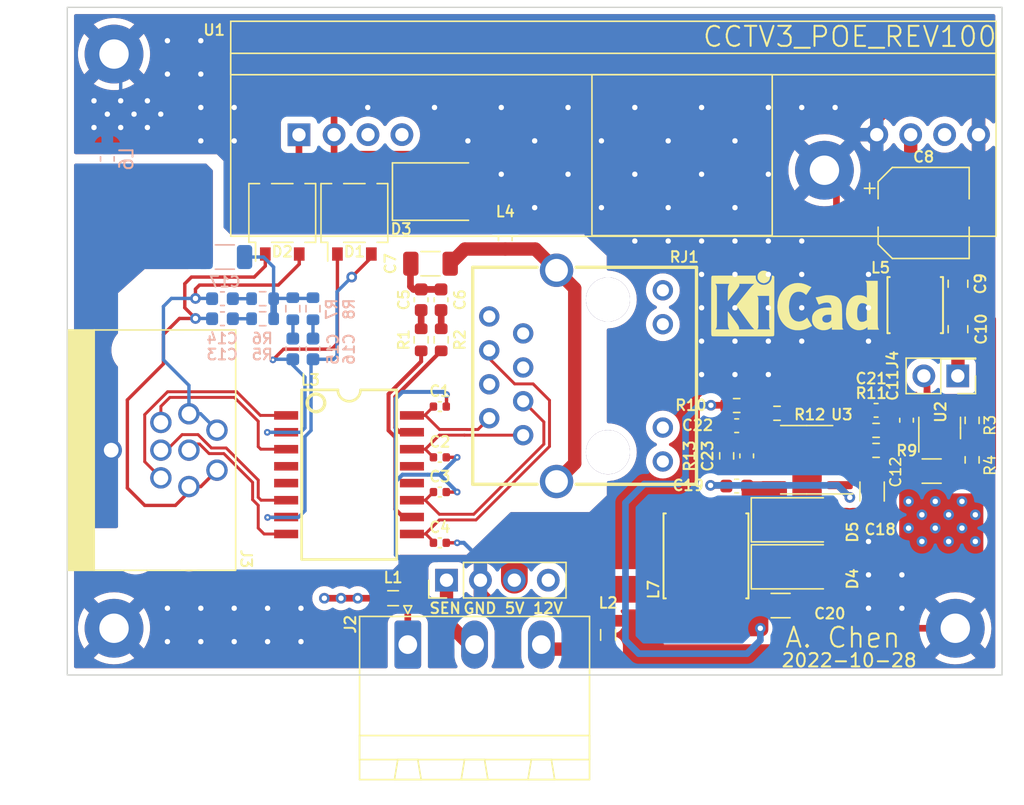
<source format=kicad_pcb>
(kicad_pcb (version 20211014) (generator pcbnew)
  (title_block (title "CCTV3_POE_REV100") (date "2022-10-28") (rev "100") (company "A. Chen"))
  (layers (0 "F.Cu" signal) (1 "In1.Cu" power) (2 "In2.Cu" power) (31 "B.Cu" signal) (34 "B.Paste" user) (35 "F.Paste" user) (36 "B.SilkS" user "B.Silkscreen") (37 "F.SilkS" user "F.Silkscreen") (38 "B.Mask" user) (39 "F.Mask" user) (44 "Edge.Cuts" user))
  (net 0 "")
  (net 1 "+12V_POE")
  (net 2 "Net-(C5-Pad1)")
  (net 3 "Net-(C13-Pad2)")
  (net 4 "Net-(C5-Pad2)")
  (net 5 "+5V_POE")
  (net 6 "Net-(C6-Pad1)")
  (net 7 "Net-(D1-Pad3)")
  (net 8 "Net-(D1-Pad4)")
  (net 9 "Net-(C10-Pad1)")
  (net 10 "Net-(C11-Pad1)")
  (net 11 "Net-(C14-Pad2)")
  (net 12 "ISEN")
  (net 13 "Net-(C16-Pad1)")
  (net 14 "Net-(C16-Pad2)")
  (net 15 "/RJ7")
  (net 16 "/RJ5")
  (net 17 "Net-(J2-Pad1)")
  (net 18 "Net-(C15-Pad1)")
  (net 19 "Net-(C19-Pad1)")
  (net 20 "Net-(C8-Pad1)")
  (net 21 "Net-(C15-Pad2)")
  (net 22 "Net-(J2-Pad3)")
  (net 27 "Net-(C17-Pad2)")
  (net 28 "Net-(C21-Pad2)")
  (net 29 "Net-(C22-Pad1)")
  (net 30 "/RJ12_P")
  (net 31 "/RJ12_N")
  (net 32 "/RJ36_P")
  (net 33 "/RJ36_N")
  (net 36 "GND")
  (net 37 "Net-(C19-Pad2)")
  (net 39 "Net-(C22-Pad2)")
  (net 40 "Net-(L3-Pad10)")
  (net 41 "Net-(L3-Pad15)")
  (net 42 "Net-(R3-Pad2)")
  (net 43 "Net-(R4-Pad1)")
  (net 44 "Net-(R11-Pad1)")
  (net 45 "Net-(R10-Pad2)")
  (net 50 "/TXP")
  (net 51 "/TXN")
  (net 52 "/RXP")
  (net 53 "/RXN")
  (net 54 "/RGND")
  (net 55 "/MGND")
  (footprint "Capacitor_SMD:C_0603_1608Metric" (layer "F.Cu") (at 46.5 41.9 90)
    (fp_text reference "C5")
    (fp_text value "10nF")
  )
  (footprint "Package_TO_SOT_SMD:SOT-23-5" (layer "F.Cu") (at 85.33 51.5 90)
    (fp_text reference "U2")
    (fp_text value "MT9700")
  )
  (footprint "Capacitor_SMD:CP_Elec_6.3x7.7" (layer "F.Cu") (at 84.13 35.4)
    (fp_text reference "C8")
    (fp_text value "220uF")
  )
  (footprint "Resistor_SMD:R_0603_1608Metric" (layer "F.Cu") (at 48 44.9 90)
    (fp_text reference "R2")
    (fp_text value "75R")
  )
  (footprint "Capacitor_SMD:C_0402_1005Metric" (layer "F.Cu") (at 47.9 56.3)
    (fp_text reference "C3")
    (fp_text value "10pF")
  )
  (footprint "Capacitor_SMD:C_1206_3216Metric" (layer "F.Cu") (at 80.27 56.26 -90)
    (fp_text reference "C18")
    (fp_text value "10uF")
  )
  (footprint "Package_SO:SOIC-8_3.9x4.9mm_P1.27mm" (layer "F.Cu") (at 75.37 53.88 180)
    (fp_text reference "U3")
    (fp_text value "TPS54331DR")
  )
  (footprint "Resistor_SMD:R_0603_1608Metric" (layer "F.Cu") (at 87.76 50.93 -90)
    (fp_text reference "R3")
    (fp_text value "4.7k")
  )
  (footprint "Capacitor_SMD:C_0603_1608Metric" (layer "F.Cu") (at 80.57 50.18 180)
    (fp_text reference "C21")
    (fp_text value "10nF")
  )
  (footprint "Inductor_SMD:L_0805_2012Metric" (layer "F.Cu") (at 60.5 67 90)
    (fp_text reference "L2")
    (fp_text value "100R")
  )
  (footprint "Resistor_SMD:R_0603_1608Metric" (layer "F.Cu") (at 70.13 49.82)
    (fp_text reference "R10")
    (fp_text value "10k")
  )
  (footprint "Capacitor_SMD:C_0402_1005Metric" (layer "F.Cu") (at 47.9 60.1)
    (fp_text reference "C4")
    (fp_text value "10pF")
  )
  (footprint "Resistor_SMD:R_0603_1608Metric" (layer "F.Cu") (at 80.57 53.18 180)
    (fp_text reference "R9")
    (fp_text value "330k")
  )
  (footprint "Capacitor_SMD:C_0603_1608Metric" (layer "F.Cu") (at 70.13 55.85 180)
    (fp_text reference "C19")
    (fp_text value "100nF")
  )
  (footprint "Inductor_SMD:L_0603_1608Metric" (layer "F.Cu") (at 52.8 37.3125 90)
    (fp_text reference "L4")
    (fp_text value "600R")
  )
  (footprint "MountingHole:MountingHole_2.2mm_M2_Pad" (layer "F.Cu") (at 23.5 66.5)
    (fp_text reference "H2")
    (fp_text value "MountingHole")
  )
  (footprint "MountingHole:MountingHole_2.2mm_M2_Pad" (layer "F.Cu") (at 76.7 32.2)
    (fp_text reference "H4")
    (fp_text value "MountingHole")
  )
  (footprint "Diode_SMD:D_SMA" (layer "F.Cu") (at 74.62 58.38)
    (fp_text reference "D5")
    (fp_text value "SS34")
  )
  (footprint "Package_TO_SOT_SMD:TO-269AA" (layer "F.Cu") (at 36.1 35.4 90)
    (fp_text reference "D2")
    (fp_text value "MB6S")
  )
  (footprint "Capacitor_SMD:C_0603_1608Metric" (layer "F.Cu") (at 82.85 50.92 -90)
    (fp_text reference "C11")
    (fp_text value "10uF")
  )
  (footprint "MountingHole:MountingHole_2.2mm_M2_Pad" (layer "F.Cu") (at 23.5 23.5)
    (fp_text reference "H1")
    (fp_text value "MountingHole")
  )
  (footprint "Resistor_SMD:R_0603_1608Metric" (layer "F.Cu") (at 73.15 50.4)
    (fp_text reference "R12")
    (fp_text value "2k")
  )
  (footprint "Connector_PinHeader_2.54mm:PinHeader_1x04_P2.54mm_Vertical" (layer "F.Cu") (at 48.4 62.9 90)
    (fp_text reference "J1")
    (fp_text value "Conn_01x04")
  )
  (footprint "lcsc_parts:RJ45-TH_R-RJ45S08P-C000" (layer "F.Cu") (at 58.1 47.6 90)
    (fp_text reference "RJ1")
    (fp_text value "R-RJ45S08P-C000")
  )
  (footprint "Capacitor_SMD:C_0603_1608Metric" (layer "F.Cu") (at 70.13 51.33 180)
    (fp_text reference "C22")
    (fp_text value "1nF")
  )
  (footprint "lcsc_parts:IND-SMD_L4.0-W4.0_SMNR4020" (layer "F.Cu") (at 83.5 42.3 90)
    (fp_text reference "L5")
    (fp_text value "SMNR4020-2.2UH")
  )
  (footprint "Capacitor_SMD:C_1206_3216Metric" (layer "F.Cu") (at 47.2 39.2 180)
    (fp_text reference "C7")
    (fp_text value "1000pF")
  )
  (footprint "CCTV3_POE:M12_8P_Horizontal" (layer "F.Cu") (at 29.11025 53.1625 -90)
    (fp_text reference "J3")
    (fp_text value "M12_8P_Horizontal")
  )
  (footprint "Connector_PinHeader_2.54mm:PinHeader_2x01_P2.54mm_Vertical" (layer "F.Cu") (at 86.685 47.6 180)
    (fp_text reference "J4")
    (fp_text value "Jmp_12V")
  )
  (footprint "Capacitor_SMD:C_1206_3216Metric" (layer "F.Cu") (at 84.73 54.73)
    (fp_text reference "C12")
    (fp_text value "10uF")
  )
  (footprint "Inductor_SMD:L_0805_2012Metric" (layer "F.Cu") (at 44.4 64.25 180)
    (fp_text reference "L1")
    (fp_text value "100R")
  )
  (footprint "Diode_SMD:D_SMB" (layer "F.Cu") (at 47.9 33.8)
    (fp_text reference "D3")
    (fp_text value "SMBJ58A")
  )
  (footprint "Capacitor_SMD:C_0603_1608Metric" (layer "F.Cu") (at 47.99 41.9 90)
    (fp_text reference "C6")
    (fp_text value "10nF")
  )
  (footprint "Capacitor_SMD:C_0805_2012Metric" (layer "F.Cu") (at 86.7 40.7 -90)
    (fp_text reference "C9")
    (fp_text value "10uF")
  )
  (footprint "Capacitor_SMD:C_0402_1005Metric" (layer "F.Cu") (at 47.9 53.7)
    (fp_text reference "C2")
    (fp_text value "10pF")
  )
  (footprint "Resistor_SMD:R_0603_1608Metric" (layer "F.Cu") (at 69.38 53.59 -90)
    (fp_text reference "R13")
    (fp_text value "30K")
  )
  (footprint "Capacitor_SMD:C_0402_1005Metric" (layer "F.Cu") (at 47.9 49.9)
    (fp_text reference "C1")
    (fp_text value "10pF")
  )
  (footprint "lcsc_parts:RJ45-SMD_HY601742" (layer "F.Cu") (at 41.1 55)
    (fp_text reference "L3")
    (fp_text value "HY601742")
  )
  (footprint "Resistor_SMD:R_0603_1608Metric" (layer "F.Cu") (at 46.5 44.9 90)
    (fp_text reference "R1")
    (fp_text value "75R")
  )
  (footprint "Resistor_SMD:R_0603_1608Metric" (layer "F.Cu") (at 87.76 53.89 -90)
    (fp_text reference "R4")
    (fp_text value "6.8k")
  )
  (footprint "Package_TO_SOT_SMD:TO-269AA" (layer "F.Cu") (at 41.5 35.4 90)
    (fp_text reference "D1")
    (fp_text value "MB6S")
  )
  (footprint "CCTV3_POE:DP5312_SDAPO" (layer "F.Cu") (at 32.24 21.045)
    (fp_text reference "U1")
    (fp_text value "DP5312_SDAPO")
  )
  (footprint "Symbol:KiCad-Logo_5mm_SilkScreen" (layer "F.Cu") (at 74.5 42.7)
    (fp_text reference "REF**" hide)
    (fp_text value "KiCad-Logo_5mm_SilkScreen" hide)
  )
  (footprint "Capacitor_SMD:C_0805_2012Metric" (layer "F.Cu") (at 86.7 44.1 90)
    (fp_text reference "C10")
    (fp_text value "10uF")
  )
  (footprint "Resistor_SMD:R_0603_1608Metric" (layer "F.Cu") (at 80.57 51.68)
    (fp_text reference "R11")
    (fp_text value "68k")
  )
  (footprint "Diode_SMD:D_SMA" (layer "F.Cu") (at 74.62 61.9)
    (fp_text reference "D4")
    (fp_text value "SMAJ5.0CA")
  )
  (footprint "Capacitor_SMD:C_1206_3216Metric" (layer "F.Cu") (at 73.42 64.8)
    (fp_text reference "C20")
    (fp_text value "47uF")
  )
  (footprint "MountingHole:MountingHole_2.2mm_M2_Pad" (layer "F.Cu") (at 86.5 66.5)
    (fp_text reference "H3")
    (fp_text value "MountingHole")
  )
  (footprint "lcsc_parts:IND-SMD_L6.0-W6.0" (layer "F.Cu") (at 67.83 61.08 -90)
    (fp_text reference "L7")
    (fp_text value "33uH")
  )
  (footprint "Capacitor_SMD:C_0603_1608Metric" (layer "F.Cu") (at 70.88 53.59 -90)
    (fp_text reference "C23")
    (fp_text value "47pF")
  )
  (footprint "Connector_Phoenix_MSTB:PhoenixContact_MSTBA_2,5_3-G_1x03_P5.00mm_Horizontal" (layer "F.Cu") (at 45.5 67.7225)
    (fp_text reference "J2")
    (fp_text value "Conn_4-20mA")
  )
  (footprint "Inductor_SMD:L_0603_1608Metric" (layer "B.Cu") (at 23 31.35 90)
    (fp_text reference "L6")
    (fp_text value "600R")
  )
  (footprint "Capacitor_SMD:C_0603_1608Metric" (layer "B.Cu") (at 31.62 43.32)
    (fp_text reference "C13")
    (fp_text value "10nF")
  )
  (footprint "Capacitor_SMD:C_0603_1608Metric" (layer "B.Cu") (at 31.62 41.82)
    (fp_text reference "C14")
    (fp_text value "10nF")
  )
  (footprint "Resistor_SMD:R_0603_1608Metric" (layer "B.Cu") (at 36.89 42.57 90)
    (fp_text reference "R7")
    (fp_text value "75R")
  )
  (footprint "Capacitor_SMD:C_0603_1608Metric" (layer "B.Cu") (at 36.89 45.58 90)
    (fp_text reference "C15")
    (fp_text value "10nF")
  )
  (footprint "Capacitor_SMD:C_0603_1608Metric" (layer "B.Cu") (at 38.4 45.58 90)
    (fp_text reference "C16")
    (fp_text value "10nF")
  )
  (footprint "Capacitor_SMD:C_1206_3216Metric" (layer "B.Cu") (at 31.8 38.7)
    (fp_text reference "C17")
    (fp_text value "1000pF")
  )
  (footprint "Resistor_SMD:R_0603_1608Metric" (layer "B.Cu") (at 34.63 43.32)
    (fp_text reference "R5")
    (fp_text value "75R")
  )
  (footprint "Resistor_SMD:R_0603_1608Metric" (layer "B.Cu") (at 38.4 42.57 90)
    (fp_text reference "R8")
    (fp_text value "75R")
  )
  (footprint "Resistor_SMD:R_0603_1608Metric" (layer "B.Cu") (at 34.63 41.82)
    (fp_text reference "R6")
    (fp_text value "75R")
  )
  (gr_rect locked (start 20 20) (end 90 70) (layer "Edge.Cuts") (width 0.1) (fill none))
  (gr_text "2022-10-28" (at 83.7 68.9) (layer "F.SilkS") (effects (font (size 1 1)) (justify right)))
  (gr_text "SEN" (at 48.3 65) (layer "F.SilkS") (effects (font (size 0.8 0.8))))
  (gr_text "GND" (at 50.9 65) (layer "F.SilkS") (effects (font (size 0.8 0.8))))
  (gr_text "A. Chen" (at 82.5 67.2) (layer "F.SilkS") (effects (font (size 1.5 1.5)) (justify right)))
  (gr_text "CCTV3_POE_REV100" (at 78.6 22.2) (layer "F.SilkS") (effects (font (size 1.5 1.5))))
  (gr_text "5V" (at 53.5 65) (layer "F.SilkS") (effects (font (size 0.8 0.8))))
  (gr_text "12V" (at 56 65) (layer "F.SilkS") (effects (font (size 0.8 0.8))))
  (segment (start 86 58) (end 87 57) (width 0.5) (layer "F.Cu") (net 1))
  (segment (start 83.15 53.18) (end 83.6925 52.6375) (width 0.5) (layer "F.Cu") (net 1))
  (segment (start 82.81 53.18) (end 83.255 53.625) (width 0.5) (layer "F.Cu") (net 1))
  (segment (start 85 59) (end 84 60) (width 0.5) (layer "F.Cu") (net 1))
  (segment (start 84 58) (end 85 57) (width 0.5) (layer "F.Cu") (net 1))
  (segment (start 87 57) (end 83 57) (width 0.5) (layer "F.Cu") (net 1))
  (segment (start 85 59) (end 84 58) (width 0.5) (layer "F.Cu") (net 1))
  (segment (start 83.6925 52.6375) (end 84.38 52.6375) (width 0.5) (layer "F.Cu") (net 1))
  (segment (start 81.395 54.305) (end 80.915 54.785) (width 0.5) (layer "F.Cu") (net 1))
  (segment (start 80 54.515) (end 80.27 54.785) (width 0.5) (layer "F.Cu") (net 1))
  (segment (start 83.255 56.745) (end 83 57) (width 0.5) (layer "F.Cu") (net 1))
  (segment (start 83.255 53.625) (end 83.255 54.73) (width 0.5) (layer "F.Cu") (net 1))
  (segment (start 43.3375 64.25) (end 39.25 64.25) (width 0.5) (layer "F.Cu") (net 1))
  (segment (start 83 59) (end 87 59) (width 0.5) (layer "F.Cu") (net 1))
  (segment (start 80.915 54.785) (end 80.27 54.785) (width 0.5) (layer "F.Cu") (net 1))
  (segment (start 87 59) (end 86 58) (width 0.5) (layer "F.Cu") (net 1))
  (segment (start 88 58) (end 87 59) (width 0.5) (layer "F.Cu") (net 1))
  (segment (start 87 57) (end 88 58) (width 0.5) (layer "F.Cu") (net 1))
  (segment (start 81.395 53.18) (end 81.395 54.305) (width 0.5) (layer "F.Cu") (net 1))
  (segment (start 86 60) (end 87 59) (width 0.5) (layer "F.Cu") (net 1))
  (segment (start 77.845 54.515) (end 80 54.515) (width 0.5) (layer "F.Cu") (net 1))
  (segment (start 81.705 53.18) (end 83.15 53.18) (width 0.5) (layer "F.Cu") (net 1))
  (segment (start 81.395 53.18) (end 83.175 53.18) (width 0.5) (layer "F.Cu") (net 1))
  (segment (start 81.705 53.18) (end 82.81 53.18) (width 0.5) (layer "F.Cu") (net 1))
  (segment (start 87 59) (end 88 60) (width 0.5) (layer "F.Cu") (net 1))
  (segment (start 83.255 54.73) (end 83.255 56.745) (width 0.5) (layer "F.Cu") (net 1))
  (via (at 41.75 64.25) (size 0.8) (drill 0.4) (layers "F.Cu" "B.Cu") (net 1))
  (via (at 88 60) (size 0.8) (drill 0.4) (layers "F.Cu" "B.Cu") (net 1))
  (via (at 86 60) (size 0.8) (drill 0.4) (layers "F.Cu" "B.Cu") (net 1))
  (via (at 87 57) (size 0.8) (drill 0.4) (layers "F.Cu" "B.Cu") (net 1))
  (via (at 85 59) (size 0.8) (drill 0.4) (layers "F.Cu" "B.Cu") (net 1))
  (via (at 83 57) (size 0.8) (drill 0.4) (layers "F.Cu" "B.Cu") (net 1))
  (via (at 40.5 64.25) (size 0.8) (drill 0.4) (layers "F.Cu" "B.Cu") (net 1))
  (via (at 83 59) (size 0.8) (drill 0.4) (layers "F.Cu" "B.Cu") (net 1))
  (via (at 86 58) (size 0.8) (drill 0.4) (layers "F.Cu" "B.Cu") (net 1))
  (via (at 39.25 64.25) (size 0.8) (drill 0.4) (layers "F.Cu" "B.Cu") (net 1))
  (via (at 85 57) (size 0.8) (drill 0.4) (layers "F.Cu" "B.Cu") (net 1))
  (via (at 87 59) (size 0.8) (drill 0.4) (layers "F.Cu" "B.Cu") (net 1))
  (via (at 88 58) (size 0.8) (drill 0.4) (layers "F.Cu" "B.Cu") (net 1))
  (via (at 84 60) (size 0.8) (drill 0.4) (layers "F.Cu" "B.Cu") (net 1))
  (via (at 84 58) (size 0.8) (drill 0.4) (layers "F.Cu" "B.Cu") (net 1))
  (segment (start 46.5 44.075) (end 46.5 42.675) (width 0.5) (layer "F.Cu") (net 2))
  (segment (start 32.395 43.32) (end 33.805 43.32) (width 0.254) (layer "B.Cu") (net 3))
  (segment (start 46.5 41.125) (end 45.925 41.125) (width 0.5) (layer "F.Cu") (net 4))
  (segment (start 45.7 39.225) (end 45.725 39.2) (width 0.5) (layer "F.Cu") (net 4))
  (segment (start 47.99 41.125) (end 46.5 41.125) (width 0.5) (layer "F.Cu") (net 4))
  (segment (start 45.7 40.9) (end 45.7 39.225) (width 0.5) (layer "F.Cu") (net 4))
  (segment (start 45.925 41.125) (end 45.7 40.9) (width 0.5) (layer "F.Cu") (net 4))
  (segment (start 68.2 49.8) (end 69.285 49.8) (width 0.5) (layer "F.Cu") (net 5))
  (segment (start 71.9 64.8) (end 71.945 64.8) (width 0.5) (layer "F.Cu") (net 5))
  (segment (start 53.48 61.42) (end 53.48 62.9) (width 2) (layer "F.Cu") (net 5))
  (segment (start 58.98 63.58) (end 58.8 63.4) (width 2) (layer "F.Cu") (net 5))
  (segment (start 71.945 66.455) (end 71.945 64.8) (width 0.5) (layer "F.Cu") (net 5))
  (segment (start 58.8 63.4) (end 58.8 61.5) (width 2) (layer "F.Cu") (net 5))
  (segment (start 69.285 49.8) (end 69.305 49.82) (width 0.5) (layer "F.Cu") (net 5))
  (segment (start 67.83 63.58) (end 70.68 63.58) (width 0.5) (layer "F.Cu") (net 5))
  (segment (start 71.9 66.5) (end 71.945 66.455) (width 0.5) (layer "F.Cu") (net 5))
  (segment (start 70.68 63.58) (end 71.9 64.8) (width 0.5) (layer "F.Cu") (net 5))
  (segment (start 57.5 60.2) (end 54.7 60.2) (width 2) (layer "F.Cu") (net 5))
  (segment (start 54.7 60.2) (end 53.48 61.42) (width 2) (layer "F.Cu") (net 5))
  (segment (start 67.83 63.58) (end 58.98 63.58) (width 2) (layer "F.Cu") (net 5))
  (segment (start 58.8 61.5) (end 57.5 60.2) (width 2) (layer "F.Cu") (net 5))
  (segment (start 71.945 64.8) (end 71.945 62.575) (width 0.5) (layer "F.Cu") (net 5))
  (segment (start 71.945 62.575) (end 72.62 61.9) (width 0.5) (layer "F.Cu") (net 5))
  (via (at 71.9 66.5) (size 0.8) (drill 0.4) (layers "F.Cu" "B.Cu") (net 5))
  (via (at 68.2 49.8) (size 0.8) (drill 0.4) (layers "F.Cu" "B.Cu") (net 5))
  (segment (start 65.8 55.7) (end 63.2 55.7) (width 0.5) (layer "B.Cu") (net 5))
  (segment (start 71.9 67.4) (end 71.9 66.5) (width 0.5) (layer "B.Cu") (net 5))
  (segment (start 61.8 57.1) (end 61.8 67.4) (width 0.5) (layer "B.Cu") (net 5))
  (segment (start 63.2 55.7) (end 61.8 57.1) (width 0.5) (layer "B.Cu") (net 5))
  (segment (start 62.8 68.4) (end 70.9 68.4) (width 0.5) (layer "B.Cu") (net 5))
  (segment (start 68.2 49.8) (end 67.3 49.8) (width 0.5) (layer "B.Cu") (net 5))
  (segment (start 61.8 67.4) (end 62.8 68.4) (width 0.5) (layer "B.Cu") (net 5))
  (segment (start 66.3 50.8) (end 66.3 55.2) (width 0.5) (layer "B.Cu") (net 5))
  (segment (start 66.3 55.2) (end 65.8 55.7) (width 0.5) (layer "B.Cu") (net 5))
  (segment (start 70.9 68.4) (end 71.9 67.4) (width 0.5) (layer "B.Cu") (net 5))
  (segment (start 67.3 49.8) (end 66.3 50.8) (width 0.5) (layer "B.Cu") (net 5))
  (segment (start 48 44.075) (end 48 42.685) (width 0.5) (layer "F.Cu") (net 6))
  (segment (start 48 42.685) (end 47.99 42.675) (width 0.5) (layer "F.Cu") (net 6))
  (segment (start 43.24 33.6) (end 45.55 33.6) (width 0.5) (layer "F.Cu") (net 7))
  (segment (start 37.9 33.6) (end 42.3 33.6) (width 0.5) (layer "F.Cu") (net 7))
  (segment (start 42.77 33.13) (end 43.24 33.6) (width 0.5) (layer "F.Cu") (net 7))
  (segment (start 37.35 32.305) (end 37.37 32.325) (width 0.5) (layer "F.Cu") (net 7))
  (segment (start 42.3 33.6) (end 42.77 33.13) (width 0.5) (layer "F.Cu") (net 7))
  (segment (start 37.37 32.325) (end 37.37 33.07) (width 0.5) (layer "F.Cu") (net 7))
  (segment (start 37.35 29.545) (end 37.35 32.305) (width 0.5) (layer "F.Cu") (net 7))
  (segment (start 45.55 33.6) (end 45.75 33.8) (width 0.5) (layer "F.Cu") (net 7))
  (segment (start 37.37 33.07) (end 37.9 33.6) (width 0.5) (layer "F.Cu") (net 7))
  (segment (start 42.77 33.13) (end 42.77 32.325) (width 0.5) (layer "F.Cu") (net 7))
  (segment (start 39.98 31.08) (end 40.23 31.33) (width 0.5) (layer "F.Cu") (net 8))
  (segment (start 39.98 29.535) (end 39.98 27.98) (width 0.5) (layer "F.Cu") (net 8))
  (segment (start 34.83 28.27) (end 34.83 32.325) (width 0.5) (layer "F.Cu") (net 8))
  (segment (start 36 27.1) (end 34.83 28.27) (width 0.5) (layer "F.Cu") (net 8))
  (segment (start 39.98 27.98) (end 39.1 27.1) (width 0.5) (layer "F.Cu") (net 8))
  (segment (start 40.23 32.325) (end 40.23 31.57) (width 0.5) (layer "F.Cu") (net 8))
  (segment (start 39.98 29.535) (end 39.98 31.08) (width 0.5) (layer "F.Cu") (net 8))
  (segment (start 40.23 31.57) (end 40.8 31) (width 0.5) (layer "F.Cu") (net 8))
  (segment (start 50.05 32.65) (end 50.05 33.8) (width 0.5) (layer "F.Cu") (net 8))
  (segment (start 48.4 31) (end 50.05 32.65) (width 0.5) (layer "F.Cu") (net 8))
  (segment (start 40.8 31) (end 48.4 31) (width 0.5) (layer "F.Cu") (net 8))
  (segment (start 39.1 27.1) (end 36 27.1) (width 0.5) (layer "F.Cu") (net 8))
  (segment (start 40.23 31.33) (end 40.23 32.325) (width 0.5) (layer "F.Cu") (net 8))
  (segment (start 86.7 45.05) (end 86.7 47.585) (width 1) (layer "F.Cu") (net 9))
  (segment (start 86.7 47.585) (end 86.685 47.6) (width 1) (layer "F.Cu") (net 9))
  (segment (start 86.7 45.05) (end 84.15 45.05) (width 1) (layer "F.Cu") (net 9))
  (segment (start 83.5 44.23) (end 83.5 44.4) (width 1) (layer "F.Cu") (net 9))
  (segment (start 83.5 44.4) (end 84.15 45.05) (width 1) (layer "F.Cu") (net 9))
  (segment (start 84.1625 50.145) (end 84.38 50.3625) (width 0.5) (layer "F.Cu") (net 10))
  (segment (start 87.76 50.03) (end 86.83 49.1) (width 0.3) (layer "F.Cu") (net 10))
  (segment (start 82.85 50.145) (end 84.1625 50.145) (width 0.5) (layer "F.Cu") (net 10))
  (segment (start 84.73 49.1) (end 84.38 48.75) (width 0.3) (layer "F.Cu") (net 10))
  (segment (start 84.38 50.3625) (end 84.38 48.75) (width 0.5) (layer "F.Cu") (net 10))
  (segment (start 87.76 50.105) (end 87.76 50.03) (width 0.3) (layer "F.Cu") (net 10))
  (segment (start 86.83 49.1) (end 84.73 49.1) (width 0.3) (layer "F.Cu") (net 10))
  (segment (start 84.38 47.835) (end 84.145 47.6) (width 0.5) (layer "F.Cu") (net 10))
  (segment (start 84.38 48.75) (end 84.38 47.835) (width 0.5) (layer "F.Cu") (net 10))
  (segment (start 32.395 41.82) (end 33.805 41.82) (width 0.254) (layer "B.Cu") (net 11))
  (segment (start 50.5 67.7225) (end 50.1225 67.7225) (width 1) (layer "F.Cu") (net 12))
  (segment (start 48.4 66) (end 48.4 62.9) (width 1) (layer "F.Cu") (net 12))
  (segment (start 50.1225 67.7225) (end 48.4 66) (width 1) (layer "F.Cu") (net 12))
  (segment (start 35.03 58.17) (end 36.39 58.17) (width 0.2205) (layer "F.Cu") (net 13))
  (segment (start 35 58.2) (end 35.03 58.17) (width 0.2205) (layer "F.Cu") (net 13))
  (segment (start 42.77 38.73) (end 42.77 38.475) (width 0.254) (layer "F.Cu") (net 13))
  (segment (start 41.3 40.2) (end 42.77 38.73) (width 0.254) (layer "F.Cu") (net 13))
  (via (at 35 58.2) (size 0.5) (drill 0.2) (layers "F.Cu" "B.Cu") (net 13))
  (via (at 41.3 40.2) (size 0.8) (drill 0.4) (layers "F.Cu" "B.Cu") (net 13))
  (segment (start 37.8 52.142053) (end 38.254 51.688052) (width 0.254) (layer "B.Cu") (net 13))
  (segment (start 37.8 57.7) (end 37.8 52.142053) (width 0.254) (layer "B.Cu") (net 13))
  (segment (start 35 58.2) (end 37.3 58.2) (width 0.254) (layer "B.Cu") (net 13))
  (segment (start 38.254 46.501) (end 38.4 46.355) (width 0.254) (layer "B.Cu") (net 13))
  (segment (start 37.3 58.2) (end 37.8 57.7) (width 0.254) (layer "B.Cu") (net 13))
  (segment (start 38.4 46.355) (end 38.4 46.375) (width 0.254) (layer "B.Cu") (net 13))
  (segment (start 41.3 40.2) (end 40.2 41.3) (width 0.254) (layer "B.Cu") (net 13))
  (segment (start 40.2 46.1) (end 39.945 46.355) (width 0.254) (layer "B.Cu") (net 13))
  (segment (start 40.2 41.3) (end 40.2 46.1) (width 0.254) (layer "B.Cu") (net 13))
  (segment (start 39.945 46.355) (end 38.4 46.355) (width 0.254) (layer "B.Cu") (net 13))
  (segment (start 38.254 51.688052) (end 38.254 46.501) (width 0.254) (layer "B.Cu") (net 13))
  (segment (start 38.4 43.425) (end 38.4 44.825) (width 0.254) (layer "B.Cu") (net 14))
  (segment (start 27.2 46.7) (end 24.5 49.4) (width 0.254) (layer "F.Cu") (net 15))
  (segment (start 28.8 42.5) (end 28.8 40.7) (width 0.254) (layer "F.Cu") (net 15))
  (segment (start 28.1 57.3) (end 29.11025 56.28975) (width 0.254) (layer "F.Cu") (net 15))
  (segment (start 29.998875 55.8875) (end 29.11025 55.8875) (width 0.254) (layer "F.Cu") (net 15))
  (segment (start 27.2 44.5) (end 27.2 46.7) (width 0.254) (layer "F.Cu") (net 15))
  (segment (start 31.21025 54.6625) (end 31.21025 54.676125) (width 0.254) (layer "F.Cu") (net 15))
  (segment (start 24.5 49.4) (end 24.5 56) (width 0.254) (layer "F.Cu") (net 15))
  (segment (start 28.8 40.7) (end 29.3 40.2) (width 0.254) (layer "F.Cu") (net 15))
  (segment (start 34 40.2) (end 34.83 39.37) (width 0.254) (layer "F.Cu") (net 15))
  (segment (start 29.6 43.3) (end 28.8 42.5) (width 0.254) (layer "F.Cu") (net 15))
  (segment (start 29.3 40.2) (end 34 40.2) (width 0.254) (layer "F.Cu") (net 15))
  (segment (start 24.5 56) (end 25.8 57.3) (width 0.254) (layer "F.Cu") (net 15))
  (segment (start 29.11025 56.28975) (end 29.11025 55.8875) (width 0.254) (layer "F.Cu") (net 15))
  (segment (start 31.21025 54.676125) (end 29.998875 55.8875) (width 0.254) (layer "F.Cu") (net 15))
  (segment (start 28.4 43.3) (end 27.2 44.5) (width 0.254) (layer "F.Cu") (net 15))
  (segment (start 29.6 43.3) (end 28.4 43.3) (width 0.254) (layer "F.Cu") (net 15))
  (segment (start 25.8 57.3) (end 28.1 57.3) (width 0.254) (layer "F.Cu") (net 15))
  (segment (start 34.83 39.37) (end 34.83 38.475) (width 0.254) (layer "F.Cu") (net 15))
  (via (at 29.6 43.3) (size 0.8) (drill 0.4) (layers "F.Cu" "B.Cu") (net 15))
  (segment (start 29.6 43.3) (end 30.825 43.3) (width 0.254) (layer "B.Cu") (net 15))
  (segment (start 30.825 43.3) (end 30.845 43.32) (width 0.254) (layer "B.Cu") (net 15))
  (segment (start 29.6 41.1) (end 29.9 40.8) (width 0.254) (layer "F.Cu") (net 16))
  (segment (start 37.37 39.23) (end 37.37 38.475) (width 0.254) (layer "F.Cu") (net 16))
  (segment (start 35.8 40.8) (end 37.37 39.23) (width 0.254) (layer "F.Cu") (net 16))
  (segment (start 29.6 41.8) (end 29.6 41.1) (width 0.254) (layer "F.Cu") (net 16))
  (segment (start 29.9 40.8) (end 35.8 40.8) (width 0.254) (layer "F.Cu") (net 16))
  (via (at 29.6 41.8) (size 0.8) (drill 0.4) (layers "F.Cu" "B.Cu") (net 16))
  (segment (start 29.11025 50.4375) (end 29.98525 50.4375) (width 0.254) (layer "B.Cu") (net 16))
  (segment (start 27.2 42.4) (end 27.8 41.8) (width 0.254) (layer "B.Cu") (net 16))
  (segment (start 29.11025 48.31025) (end 27.2 46.4) (width 0.254) (layer "B.Cu") (net 16))
  (segment (start 27.8 41.8) (end 29.6 41.8) (width 0.254) (layer "B.Cu") (net 16))
  (segment (start 29.6 41.8) (end 30.825 41.8) (width 0.254) (layer "B.Cu") (net 16))
  (segment (start 27.2 46.4) (end 27.2 42.4) (width 0.254) (layer "B.Cu") (net 16))
  (segment (start 29.11025 50.4375) (end 29.11025 48.31025) (width 0.254) (layer "B.Cu") (net 16))
  (segment (start 29.98525 50.4375) (end 31.21025 51.6625) (width 0.254) (layer "B.Cu") (net 16))
  (segment (start 45.5 67.7225) (end 45.5 64.2875) (width 0.5) (layer "F.Cu") (net 17))
  (segment (start 45.5 64.2875) (end 45.4625 64.25) (width 0.5) (layer "F.Cu") (net 17))
  (segment (start 36.2 45.6) (end 39.8 45.6) (width 0.254) (layer "F.Cu") (net 18))
  (segment (start 34.977805 51.825935) (end 34.98374 51.82) (width 0.2205) (layer "F.Cu") (net 18))
  (segment (start 39.8 45.6) (end 40.23 45.17) (width 0.254) (layer "F.Cu") (net 18))
  (segment (start 35.4 46.4) (end 36.2 45.6) (width 0.254) (layer "F.Cu") (net 18))
  (segment (start 40.23 45.17) (end 40.23 38.475) (width 0.254) (layer "F.Cu") (net 18))
  (segment (start 34.98374 51.82) (end 36.39 51.82) (width 0.2205) (layer "F.Cu") (net 18))
  (via (at 34.977805 51.825935) (size 0.5) (drill 0.2) (layers "F.Cu" "B.Cu") (net 18))
  (via (at 35.4 46.4) (size 0.5) (drill 0.2) (layers "F.Cu" "B.Cu") (net 18))
  (segment (start 37.8 51.5) (end 37.474065 51.825935) (width 0.254) (layer "B.Cu") (net 18))
  (segment (start 36.89 46.79) (end 37.8 47.7) (width 0.254) (layer "B.Cu") (net 18))
  (segment (start 36.89 46.355) (end 35.445 46.355) (width 0.254) (layer "B.Cu") (net 18))
  (segment (start 37.474065 51.825935) (end 34.977805 51.825935) (width 0.254) (layer "B.Cu") (net 18))
  (segment (start 36.89 46.355) (end 36.89 46.79) (width 0.254) (layer "B.Cu") (net 18))
  (segment (start 35.445 46.355) (end 35.4 46.4) (width 0.254) (layer "B.Cu") (net 18))
  (segment (start 37.8 47.7) (end 37.8 51.5) (width 0.254) (layer "B.Cu") (net 18))
  (segment (start 69.02 58.58) (end 70.8 56.8) (width 0.5) (layer "F.Cu") (net 19))
  (segment (start 72.83 55.85) (end 72.895 55.785) (width 0.5) (layer "F.Cu") (net 19))
  (segment (start 67.83 58.58) (end 69.02 58.58) (width 0.5) (layer "F.Cu") (net 19))
  (segment (start 70.8 55.955) (end 70.905 55.85) (width 0.5) (layer "F.Cu") (net 19))
  (segment (start 72.895 58.105) (end 72.62 58.38) (width 0.5) (layer "F.Cu") (net 19))
  (segment (start 72.895 55.785) (end 72.895 58.105) (width 0.5) (layer "F.Cu") (net 19))
  (segment (start 70.905 55.85) (end 72.83 55.85) (width 0.5) (layer "F.Cu") (net 19))
  (segment (start 70.8 56.8) (end 70.8 55.955) (width 0.5) (layer "F.Cu") (net 19))
  (segment (start 81.43 35.4) (end 81.43 38.43) (width 1) (layer "F.Cu") (net 20))
  (segment (start 83.16 31.74) (end 83.16 29.535) (width 1) (layer "F.Cu") (net 20))
  (segment (start 81.43 35.4) (end 81.43 33.47) (width 1) (layer "F.Cu") (net 20))
  (segment (start 81.43 33.47) (end 83.16 31.74) (width 1) (layer "F.Cu") (net 20))
  (segment (start 81.43 38.43) (end 83.37 40.37) (width 1) (layer "F.Cu") (net 20))
  (segment (start 82.88 39.75) (end 86.7 39.75) (width 1) (layer "F.Cu") (net 20))
  (segment (start 36.9 44.825) (end 36.9 43.4) (width 0.254) (layer "B.Cu") (net 21))
  (segment (start 55.84 68.0625) (end 55.5 67.7225) (width 1) (layer "F.Cu") (net 22))
  (segment (start 60.5 68.0625) (end 55.84 68.0625) (width 1) (layer "F.Cu") (net 22))
  (segment (start 35.45 41.8) (end 35.45 39.45) (width 0.254) (layer "B.Cu") (net 27))
  (segment (start 38.4 41.775) (end 38.375 41.8) (width 0.254) (layer "B.Cu") (net 27))
  (segment (start 35.455 41.82) (end 35.455 43.32) (width 0.5) (layer "B.Cu") (net 27))
  (segment (start 34.7 38.7) (end 33.275 38.7) (width 0.254) (layer "B.Cu") (net 27))
  (segment (start 38.375 41.8) (end 35.45 41.8) (width 0.254) (layer "B.Cu") (net 27))
  (segment (start 35.45 39.45) (end 34.7 38.7) (width 0.254) (layer "B.Cu") (net 27))
  (segment (start 77.845 51.975) (end 77.845 50.755) (width 0.5) (layer "F.Cu") (net 28))
  (segment (start 77.845 50.755) (end 78.42 50.18) (width 0.5) (layer "F.Cu") (net 28))
  (segment (start 78.42 50.18) (end 79.795 50.18) (width 0.5) (layer "F.Cu") (net 28))
  (segment (start 70.88 51.355) (end 70.905 51.33) (width 0.5) (layer "F.Cu") (net 29))
  (segment (start 72.895 53.245) (end 71.845 53.245) (width 0.5) (layer "F.Cu") (net 29))
  (segment (start 70.88 52.815) (end 70.88 51.355) (width 0.5) (layer "F.Cu") (net 29))
  (segment (start 71.415 52.815) (end 70.88 52.815) (width 0.5) (layer "F.Cu") (net 29))
  (segment (start 71.845 53.245) (end 71.415 52.815) (width 0.5) (layer "F.Cu") (net 29))
  (segment (start 34.3 51) (end 34.3 52.9) (width 0.2205) (layer "F.Cu") (net 30))
  (segment (start 27.01025 49.884426) (end 27.682826 49.21185) (width 0.2205) (layer "F.Cu") (net 30))
  (segment (start 34.3 52.9) (end 34.49 53.09) (width 0.2205) (layer "F.Cu") (net 30))
  (segment (start 32.51185 49.21185) (end 34.3 51) (width 0.2205) (layer "F.Cu") (net 30))
  (segment (start 27.682826 49.21185) (end 32.51185 49.21185) (width 0.2205) (layer "F.Cu") (net 30))
  (segment (start 27.01025 51.0875) (end 27.01025 49.884426) (width 0.2205) (layer "F.Cu") (net 30))
  (segment (start 34.49 53.09) (end 36.39 53.09) (width 0.2205) (layer "F.Cu") (net 30))
  (segment (start 27.51185 48.78815) (end 32.687353 48.78815) (width 0.2205) (layer "F.Cu") (net 31))
  (segment (start 25.8 54.02725) (end 25.8 50.5) (width 0.2205) (layer "F.Cu") (net 31))
  (segment (start 27.01025 55.2375) (end 25.8 54.02725) (width 0.2205) (layer "F.Cu") (net 31))
  (segment (start 25.8 50.5) (end 27.51185 48.78815) (width 0.2205) (layer "F.Cu") (net 31))
  (segment (start 32.687353 48.78815) (end 34.459203 50.56) (width 0.2205) (layer "F.Cu") (net 31))
  (segment (start 34.459203 50.56) (end 36.39 50.56) (width 0.2205) (layer "F.Cu") (net 31))
  (segment (start 31.9 53) (end 34.3 55.4) (width 0.2205) (layer "F.Cu") (net 32))
  (segment (start 34.3 55.4) (end 34.3 56.7) (width 0.2205) (layer "F.Cu") (net 32))
  (segment (start 27.01025 53.1625) (end 27.4375 53.1625) (width 0.2205) (layer "F.Cu") (net 32))
  (segment (start 29.794676 52) (end 30.794676 53) (width 0.2205) (layer "F.Cu") (net 32))
  (segment (start 34.3 56.7) (end 34.51 56.91) (width 0.2205) (layer "F.Cu") (net 32))
  (segment (start 30.794676 53) (end 31.9 53) (width 0.2205) (layer "F.Cu") (net 32))
  (segment (start 28.6 52) (end 29.794676 52) (width 0.2205) (layer "F.Cu") (net 32))
  (segment (start 27.4375 53.1625) (end 28.6 52) (width 0.2205) (layer "F.Cu") (net 32))
  (segment (start 34.51 56.91) (end 36.39 56.91) (width 0.2205) (layer "F.Cu") (net 32))
  (segment (start 30.6205 53.4205) (end 29.9 52.7) (width 0.2205) (layer "F.Cu") (net 33))
  (segment (start 34.3 59) (end 34.3 57.294677) (width 0.2205) (layer "F.Cu") (net 33))
  (segment (start 33.8795 56.874177) (end 33.8795 55.574176) (width 0.2205) (layer "F.Cu") (net 33))
  (segment (start 29.9 52.7) (end 29.57275 52.7) (width 0.2205) (layer "F.Cu") (net 33))
  (segment (start 31.725824 53.4205) (end 30.6205 53.4205) (width 0.2205) (layer "F.Cu") (net 33))
  (segment (start 29.57275 52.7) (end 29.11025 53.1625) (width 0.2205) (layer "F.Cu") (net 33))
  (segment (start 34.74 59.44) (end 34.3 59) (width 0.2205) (layer "F.Cu") (net 33))
  (segment (start 34.3 57.294677) (end 33.8795 56.874177) (width 0.2205) (layer "F.Cu") (net 33))
  (segment (start 33.8795 55.574176) (end 31.725824 53.4205) (width 0.2205) (layer "F.Cu") (net 33))
  (segment (start 36.39 59.44) (end 34.74 59.44) (width 0.2205) (layer "F.Cu") (net 33))
  (segment (start 80.62 28.28) (end 81.9 27) (width 1) (layer "F.Cu") (net 36))
  (segment (start 72.895 54.515) (end 71.03 54.515) (width 0.5) (layer "F.Cu") (net 36))
  (segment (start 75.27 47.9) (end 75.77 47.4) (width 0.5) (layer "F.Cu") (net 36))
  (segment (start 49.2 60.1) (end 48.38 60.1) (width 0.254) (layer "F.Cu") (net 36))
  (segment (start 58.3375 65.9375) (end 57.1 64.7) (width 1) (layer "F.Cu") (net 36))
  (segment (start 86.83 35.4) (end 88.53 37.1) (width 1) (layer "F.Cu") (net 36))
  (segment (start 57.1 64.7) (end 51.7 64.7) (width 1) (layer "F.Cu") (net 36))
  (segment (start 50.94 63.94) (end 50.94 62.9) (width 1) (layer "F.Cu") (net 36))
  (segment (start 86.83 33.77) (end 88.24 32.36) (width 1) (layer "F.Cu") (net 36))
  (segment (start 87.88 41.65) (end 86.7 41.65) (width 1) (layer "F.Cu") (net 36))
  (segment (start 76.595 66.5) (end 86.5 66.5) (width 0.5) (layer "F.Cu") (net 36))
  (segment (start 87.98 43.15) (end 86.7 43.15) (width 1) (layer "F.Cu") (net 36))
  (segment (start 75.115 54.515) (end 75.8 55.2) (width 0.5) (layer "F.Cu") (net 36))
  (segment (start 75.27 50.03) (end 75.27 47.9) (width 0.5) (layer "F.Cu") (net 36))
  (segment (start 80.27 57.735) (end 80.27 57.83) (width 0.5) (layer "F.Cu") (net 36))
  (segment (start 49.2 53.7) (end 48.38 53.7) (width 0.254) (layer "F.Cu") (net 36))
  (segment (start 82.85 51.695) (end 81.41 51.695) (width 0.5) (layer "F.Cu") (net 36))
  (segment (start 74.415 54.515) (end 75.115 54.515) (width 0.5) (layer "F.Cu") (net 36))
  (segment (start 76.62 63.88) (end 75.7 64.8) (width 0.5) (layer "F.Cu") (net 36))
  (segment (start 75.8 57.56) (end 76.62 58.38) (width 0.5) (layer "F.Cu") (net 36))
  (segment (start 81.41 51.695) (end 81.395 51.68) (width 0.5) (layer "F.Cu") (net 36))
  (segment (start 81.395 50.23) (end 81.345 50.18) (width 0.5) (layer "F.Cu") (net 36))
  (segment (start 51.7 64.7) (end 50.94 63.94) (width 1) (layer "F.Cu") (net 36))
  (segment (start 75.5 51) (end 74.9 50.4) (width 0.5) (layer "F.Cu") (net 36))
  (segment (start 88.53 42.6) (end 87.98 43.15) (width 1) (layer "F.Cu") (net 36))
  (segment (start 76.62 61.9) (end 76.62 63.88) (width 0.5) (layer "F.Cu") (net 36))
  (segment (start 88.53 41) (end 88.53 42.6) (width 1) (layer "F.Cu") (net 36))
  (segment (start 74.9 50.4) (end 75.27 50.03) (width 0.5) (layer "F.Cu") (net 36))
  (segment (start 88.53 41) (end 87.88 41.65) (width 1) (layer "F.Cu") (net 36))
  (segment (start 87.745 54.73) (end 87.76 54.715) (width 0.5) (layer "F.Cu") (net 36))
  (segment (start 74.415 54.515) (end 75.5 53.43) (width 0.5) (layer "F.Cu") (net 36))
  (segment (start 76.62 58.38) (end 76.62 61.9) (width 0.5) (layer "F.Cu") (net 36))
  (segment (start 81.395 51.68) (end 81.395 50.23) (width 0.5) (layer "F.Cu") (net 36))
  (segment (start 88.24 32.36) (end 88.24 29.535) (width 1) (layer "F.Cu") (net 36))
  (segment (start 79.4 58.7) (end 76.94 58.7) (width 0.5) (layer "F.Cu") (net 36))
  (segment (start 88.53 37.1) (end 88.53 41) (width 1) (layer "F.Cu") (net 36))
  (segment (start 80.62 29.535) (end 80.62 28.28) (width 1) (layer "F.Cu") (net 36))
  (segment (start 77.6 33.1) (end 77.6 45.57) (width 0.5) (layer "F.Cu") (net 36))
  (segment (start 73.975 50.4) (end 74.9 50.4) (width 0.5) (layer "F.Cu") (net 36))
  (segment (start 86.93 35.85) (end 86.98 35.8) (width 0.25) (layer "F.Cu") (net 36))
  (segment (start 75.7 64.8) (end 74.895 64.8) (width 0.5) (layer "F.Cu") (net 36))
  (segment (start 75.5 53.43) (end 75.5 51) (width 0.5) (layer "F.Cu") (net 36))
  (segment (start 80.27 57.83) (end 79.4 58.7) (width 0.5) (layer "F.Cu") (net 36))
  (segment (start 69.38 54.415) (end 70.83 54.415) (width 0.5) (layer "F.Cu") (net 36))
  (segment (start 89.085 54.715) (end 89.3 54.5) (width 0.5) (layer "F.Cu") (net 36))
  (segment (start 89.3 43.37) (end 88.53 42.6) (width 0.5) (layer "F.Cu") (net 36))
  (segment (start 89.3 54.5) (end 89.3 43.37) (width 0.5) (layer "F.Cu") (net 36))
  (segment (start 87.76 54.715) (end 89.085 54.715) (width 0.5) (layer "F.Cu") (net 36))
  (segment (start 87.76 54.715) (end 86.22 54.715) (width 0.5) (layer "F.Cu") (net 36))
  (segment (start 81.345 48.075) (end 81.345 50.18) (width 0.5) (layer "F.Cu") (net 36))
  (segment (start 77.6 45.57) (end 75.27 47.9) (width 0.5) (layer "F.Cu") (net 36))
  (segment (start 75.8 55.2) (end 75.8 57.56) (width 0.5) (layer "F.Cu") (net 36))
  (segment (start 48.4 49) (end 48.4 49.88) (width 0.254) (layer "F.Cu") (net 36))
  (segment (start 85.33 52.6375) (end 85.33 53.855) (width 0.5) (layer "F.Cu") (net 36))
  (segment (start 75.77 47.4) (end 77.07 47.4) (width 0.5) (layer "F.Cu") (net 36))
  (segment (start 76.7 32.2) (end 77.6 33.1) (width 0.5) (layer "F.Cu") (net 36))
  (segment (start 88.24 27.74) (end 88.24 29.535) (width 1) (layer "F.Cu") (net 36))
  (segment (start 60.5 65.9375) (end 58.3375 65.9375) (width 1) (layer "F.Cu") (net 36))
  (segment (start 79.365 29.535) (end 76.7 32.2) (width 0.5) (layer "F.Cu") (net 36))
  (segment (start 72.895 54.515) (end 74.415 54.515) (width 0.5) (layer "F.Cu") (net 36))
  (segment (start 71.03 54.515) (end 70.88 54.365) (width 0.5) (layer "F.Cu") (net 36))
  (segment (start 85.33 53.855) (end 86.205 54.73) (width 0.5) (layer "F.Cu") (net 36))
  (segment (start 86.83 35.4) (end 86.83 33.77) (width 1) (layer "F.Cu") (net 36))
  (segment (start 49.2 56.3) (end 48.38 56.3) (width 0.254) (layer "F.Cu") (net 36))
  (segment (start 48.4 49.88) (end 48.38 49.9) (width 0.254) (layer "F.Cu") (net 36))
  (segment (start 77.07 47.4) (end 80.67 47.4) (width 0.5) (layer "F.Cu") (net 36))
  (segment (start 86.22 54.715) (end 86.205 54.73) (width 0.5) (layer "F.Cu") (net 36))
  (segment (start 80.67 47.4) (end 81.345 48.075) (width 0.5) (layer "F.Cu") (net 36))
  (segment (start 76.94 58.7) (end 76.62 58.38) (width 0.5) (layer "F.Cu") (net 36))
  (segment (start 87.5 27) (end 88.24 27.74) (width 1) (layer "F.Cu") (net 36))
  (segment (start 70.83 54.415) (end 70.88 54.365) (width 0.5) (layer "F.Cu") (net 36))
  (segment (start 81.9 27) (end 87.5 27) (width 1) (layer "F.Cu") (net 36))
  (segment (start 80.62 29.535) (end 79.365 29.535) (width 0.5) (layer "F.Cu") (net 36))
  (segment (start 74.895 64.8) (end 76.595 66.5) (width 0.5) (layer "F.Cu") (net 36))
  (via (at 70 45) (size 0.8) (drill 0.4) (layers "F.Cu" "B.Cu") (net 36))
  (via (at 60 30) (size 0.8) (drill 0.4) (layers "F.Cu" "B.Cu") (net 36))
  (via (at 52.5 32.5) (size 0.8) (drill 0.4) (layers "F.Cu" "B.Cu") (net 36))
  (via (at 67.5 27.5) (size 0.8) (drill 0.4) (layers "F.Cu" "B.Cu") (net 36))
  (via (at 70 35) (size 0.8) (drill 0.4) (layers "F.Cu" "B.Cu") (net 36))
  (via (at 67.5 45) (size 0.8) (drill 0.4) (layers "F.Cu" "B.Cu") (net 36))
  (via (at 27.5 65) (size 0.8) (drill 0.4) (layers "F.Cu" "B.Cu") (net 36))
  (via (at 35 67.5) (size 0.8) (drill 0.4) (layers "F.Cu" "B.Cu") (net 36))
  (via (at 75 40) (size 0.8) (drill 0.4) (layers "F.Cu" "B.Cu") (net 36))
  (via (at 55 30) (size 0.8) (drill 0.4) (layers "F.Cu" "B.Cu") (net 36))
  (via (at 82.5 62.5) (size 0.8) (drill 0.4) (layers "F.Cu" "B.Cu") (net 36))
  (via (at 30 65) (size 0.8) (drill 0.4) (layers "F.Cu" "B.Cu") (net 36))
  (via (at 49.2 53.7) (size 0.5) (drill 0.2) (layers "F.Cu" "B.Cu") (net 36))
  (via (at 32.5 65) (size 0.8) (drill 0.4) (layers "F.Cu" "B.Cu") (net 36))
  (via (at 57.5 32.5) (size 0.8) (drill 0.4) (layers "F.Cu" "B.Cu") (net 36))
  (via (at 30 25) (size 0.8) (drill 0.4) (layers "F.Cu" "B.Cu") (net 36))
  (via (at 80 60) (size 0.8) (drill 0.4) (layers "F.Cu" "B.Cu") (net 36))
  (via (at 72.5 42.5) (size 0.8) (drill 0.4) (layers "F.Cu" "B.Cu") (net 36))
  (via (at 67.5 42.5) (size 0.8) (drill 0.4) (layers "F.Cu" "B.Cu") (net 36))
  (via (at 25 28) (size 0.8) (drill 0.4) (layers "F.Cu" "B.Cu") (net 36))
  (via (at 75 45) (size 0.8) (drill 0.4) (layers "F.Cu" "B.Cu") (net 36))
  (via (at 67.5 32.5) (size 0.8) (drill 0.4) (layers "F.Cu" "B.Cu") (net 36))
  (via (at 65 37.5) (size 0.8) (drill 0.4) (layers "F.Cu" "B.Cu") (net 36))
  (via (at 27.5 25) (size 0.8) (drill 0.4) (layers "F.Cu" "B.Cu") (net 36))
  (via (at 30 67.5) (size 0.8) (drill 0.4) (layers "F.Cu" "B.Cu") (net 36))
  (via (at 24 27) (size 0.8) (drill 0.4) (layers "F.Cu" "B.Cu") (net 36))
  (via (at 80 45) (size 0.8) (drill 0.4) (layers "F.Cu" "B.Cu") (net 36))
  (via (at 67.5 47.5) (size 0.8) (drill 0.4) (layers "F.Cu" "B.Cu") (net 36))
  (via (at 65 30) (size 0.8) (drill 0.4) (layers "F.Cu" "B.Cu") (net 36))
  (via (at 55 35) (size 0.8) (drill 0.4) (layers "F.Cu" "B.Cu") (net 36))
  (via (at 50 30) (size 0.8) (drill 0.4) (layers "F.Cu" "B.Cu") (net 36))
  (via (at 37.5 65) (size 0.8) (drill 0.4) (layers "F.Cu" "B.Cu") (net 36))
  (via (at 72.5 32.5) (size 0.8) (drill 0.4) (layers "F.Cu" "B.Cu") (net 36))
  (via (at 49.2 60.1) (size 0.5) (drill 0.2) (layers "F.Cu" "B.Cu") (net 36))
  (via (at 30 27.5) (size 0.8) (drill 0.4) (layers "F.Cu" "B.Cu") (net 36))
  (via (at 60 35) (size 0.8) (drill 0.4) (layers "F.Cu" "B.Cu") (net 36))
  (via (at 47.5 27.5) (size 0.8) (drill 0.4) (layers "F.Cu" "B.Cu") (net 36))
  (via (at 32.5 30) (size 0.8) (drill 0.4) (layers "F.Cu" "B.Cu") (net 36))
  (via (at 80 42.5) (size 0.8) (drill 0.4) (layers "F.Cu" "B.Cu") (net 36))
  (via (at 72.5 40) (size 0.8) (drill 0.4) (layers "F.Cu" "B.Cu") (net 36))
  (via (at 75 27.5) (size 0.8) (drill 0.4) (layers "F.Cu" "B.Cu") (net 36))
  (via (at 35 65) (size 0.8) (drill 0.4) (layers "F.Cu" "B.Cu") (net 36))
  (via (at 70 47.5) (size 0.8) (drill 0.4) (layers "F.Cu" "B.Cu") (net 36))
  (via (at 80 40) (size 0.8) (drill 0.4) (layers "F.Cu" "B.Cu") (net 36))
  (via (at 72.5 37.5) (size 0.8) (drill 0.4) (layers "F.Cu" "B.Cu") (net 36))
  (via (at 48.4 49) (size 0.5) (drill 0.2) (layers "F.Cu" "B.Cu") (net 36))
  (via (at 75 42.5) (size 0.8) (drill 0.4) (layers "F.Cu" "B.Cu") (net 36))
  (via (at 49.2 56.3) (size 0.5) (drill 0.2) (layers "F.Cu" "B.Cu") (net 36))
  (via (at 70 40) (size 0.8) (drill 0.4) (layers "F.Cu" "B.Cu") (net 36))
  (via (at 67.5 40) (size 0.8) (drill 0.4) (layers "F.Cu" "B.Cu") (net 36))
  (via (at 30 22.5) (size 0.8) (drill 0.4) (layers "F.Cu" "B.Cu") (net 36))
  (via (at 62.5 32.5) (size 0.8) (drill 0.4) (layers "F.Cu" "B.Cu") (net 36))
  (via (at 62.5 37.5) (size 0.8) (drill 0.4) (layers "F.Cu" "B.Cu") (net 36))
  (via (at 72.5 45) (size 0.8) (drill 0.4) (layers "F.Cu" "B.Cu") (net 36))
  (via (at 23 28) (size 0.8) (drill 0.4) (layers "F.Cu" "B.Cu") (net 36))
  (via (at 22 29) (size 0.8) (drill 0.4) (layers "F.Cu" "B.Cu") (net 36))
  (via (at 24 29) (size 0.8) (drill 0.4) (layers "F.Cu" "B.Cu") (net 36))
  (via (at 67.5 37.5) (size 0.8) (drill 0.4) (layers "F.Cu" "B.Cu") (net 36))
  (via (at 57.5 27.5) (size 0.8) (drill 0.4) (layers "F.Cu" "B.Cu") (net 36))
  (via (at 42.5 27.5) (size 0.8) (drill 0.4) (layers "F.Cu" "B.Cu") (net 36))
  (via (at 80 65) (size 0.8) (drill 0.4) (layers "F.Cu" "B.Cu") (net 36))
  (via (at 65 35) (size 0.8) (drill 0.4) (layers "F.Cu" "B.Cu") (net 36))
  (via (at 52.5 27.5) (size 0.8) (drill 0.4) (layers "F.Cu" "B.Cu") (net 36))
  (via (at 32.5 67.5) (size 0.8) (drill 0.4) (layers "F.Cu" "B.Cu") (net 36))
  (via (at 30 30) (size 0.8) (drill 0.4) (layers "F.Cu" "B.Cu") (net 36))
  (via (at 72.5 27.5) (size 0.8) (drill 0.4) (layers "F.Cu" "B.Cu") (net 36))
  (via (at 80 62.5) (size 0.8) (drill 0.4) (layers "F.Cu" "B.Cu") (net 36))
  (via (at 22 27) (size 0.8) (drill 0.4) (layers "F.Cu" "B.Cu") (net 36))
  (via (at 72.5 47.5) (size 0.8) (drill 0.4) (layers "F.Cu" "B.Cu") (net 36))
  (via (at 27.5 22.5) (size 0.8) (drill 0.4) (layers "F.Cu" "B.Cu") (net 36))
  (via (at 82.5 65) (size 0.8) (drill 0.4) (layers "F.Cu" "B.Cu") (net 36))
  (via (at 37.5 67.5) (size 0.8) (drill 0.4) (layers "F.Cu" "B.Cu") (net 36))
  (via (at 27.5 67.5) (size 0.8) (drill 0.4) (layers "F.Cu" "B.Cu") (net 36))
  (via (at 26 29) (size 0.8) (drill 0.4) (layers "F.Cu" "B.Cu") (net 36))
  (via (at 77.5 27.5) (size 0.8) (drill 0.4) (layers "F.Cu" "B.Cu") (net 36))
  (via (at 75 37.5) (size 0.8) (drill 0.4) (layers "F.Cu" "B.Cu") (net 36))
  (via (at 32.5 27.5) (size 0.8) (drill 0.4) (layers "F.Cu" "B.Cu") (net 36))
  (via (at 70 30) (size 0.8) (drill 0.4) (layers "F.Cu" "B.Cu") (net 36))
  (via (at 70 42.5) (size 0.8) (drill 0.4) (layers "F.Cu" "B.Cu") (net 36))
  (via (at 70 37.5) (size 0.8) (drill 0.4) (layers "F.Cu" "B.Cu") (net 36))
  (via (at 27 28) (size 0.8) (drill 0.4) (layers "F.Cu" "B.Cu") (net 36))
  (via (at 62.5 27.5) (size 0.8) (drill 0.4) (layers "F.Cu" "B.Cu") (net 36))
  (via (at 26 27) (size 0.8) (drill 0.4) (layers "F.Cu" "B.Cu") (net 36))
  (segment (start 45.1 48.8) (end 44.6 49.3) (width 0.3) (layer "B.Cu") (net 36))
  (segment (start 47.7 61.4) (end 45 61.4) (width 0.3) (layer "B.Cu") (net 36))
  (segment (start 49.2 53.7) (end 47.9 55) (width 0.3) (layer "B.Cu") (net 36))
  (segment (start 26 29) (end 27 28) (width 0.254) (layer "B.Cu") (net 36))
  (segment (start 44.6 57.5) (end 44.6 55.5) (width 0.3) (layer "B.Cu") (net 36))
  (segment (start 44.6 57.6) (end 44.6 57.5) (width 0.3) (layer "B.Cu") (net 36))
  (segment (start 23 30) (end 22 29) (width 0.254) (layer "B.Cu") (net 36))
  (segment (start 48.2 48.8) (end 45.1 48.8) (width 0.3) (layer "B.Cu") (net 36))
  (segment (start 22 27) (end 26 27) (width 0.254) (layer "B.Cu") (net 36))
  (segment (start 47.9 55) (end 47 55) (width 0.3) (layer "B.Cu") (net 36))
  (segment (start 49.7 60.1) (end 50.94 61.34) (width 0.3) (layer "B.Cu") (net 36))
  (segment (start 50.94 61.34) (end 50.94 62.9) (width 0.3) (layer "B.Cu") (net 36))
  (segment (start 23 28) (end 27 28) (width 0.254) (layer "B.Cu") (net 36))
  (segment (start 44.6 61) (end 44.6 57.6) (width 0.3) (layer "B.Cu") (net 36))
  (segment (start 44.6 49.3) (end 44.6 57.6) (width 0.3) (layer "B.Cu") (net 36))
  (segment (start 24 24) (end 24 27) (width 0.254) (layer "B.Cu") (net 36))
  (segment (start 26 27) (end 25 28) (width 0.254) (layer "B.Cu") (net 36))
  (segment (start 22 29) (end 26 29) (width 0.254) (layer "B.Cu") (net 36))
  (segment (start 23.5 23.5) (end 24 24) (width 0.254) (layer "B.Cu") (net 36))
  (segment (start 45.1 55) (end 47 55) (width 0.3) (layer "B.Cu") (net 36))
  (segment (start 44.6 55.5) (end 45.1 55) (width 0.3) (layer "B.Cu") (net 36))
  (segment (start 49.2 60.1) (end 49.7 60.1) (width 0.3) (layer "B.Cu") (net 36))
  (segment (start 48.4 49) (end 48.2 48.8) (width 0.3) (layer "B.Cu") (net 36))
  (segment (start 23 30.5625) (end 23 30) (width 0.254) (layer "B.Cu") (net 36))
  (segment (start 45 61.4) (end 44.6 61) (width 0.3) (layer "B.Cu") (net 36))
  (segment (start 49.2 56.3) (end 47.9 55) (width 0.3) (layer "B.Cu") (net 36))
  (segment (start 69.305 55.8) (end 69.355 55.85) (width 0.5) (layer "F.Cu") (net 37))
  (segment (start 68.17 55.8) (end 69.305 55.8) (width 0.5) (layer "F.Cu") (net 37))
  (segment (start 78.6 56.7) (end 77.845 55.945) (width 0.5) (layer "F.Cu") (net 37))
  (segment (start 77.845 55.945) (end 77.845 55.785) (width 0.5) (layer "F.Cu") (net 37))
  (via (at 78.6 56.7) (size 0.8) (drill 0.4) (layers "F.Cu" "B.Cu") (net 37))
  (via (at 68.17 55.8) (size 0.8) (drill 0.4) (layers "F.Cu" "B.Cu") (net 37))
  (segment (start 77.7 55.8) (end 78.6 56.7) (width 0.5) (layer "B.Cu") (net 37))
  (segment (start 68.17 55.8) (end 77.7 55.8) (width 0.5) (layer "B.Cu") (net 37))
  (segment (start 69.38 52.765) (end 69.38 51.355) (width 0.5) (layer "F.Cu") (net 39))
  (segment (start 69.38 51.355) (end 69.355 51.33) (width 0.5) (layer "F.Cu") (net 39))
  (segment (start 45.81 58.17) (end 45.15 58.17) (width 0.3) (layer "F.Cu") (net 40))
  (segment (start 46.5 46.517894) (end 46.5 45.725) (width 0.3) (layer "F.Cu") (net 40))
  (segment (start 44.56 52.187107) (end 44.06 51.687107) (width 0.3) (layer "F.Cu") (net 40))
  (segment (start 45.15 58.17) (end 44.56 57.58) (width 0.3) (layer "F.Cu") (net 40))
  (segment (start 44.56 57.58) (end 44.56 52.187107) (width 0.3) (layer "F.Cu") (net 40))
  (segment (start 44.06 48.957893) (end 46.5 46.517894) (width 0.3) (layer "F.Cu") (net 40))
  (segment (start 44.06 51.687107) (end 44.06 48.957893) (width 0.3) (layer "F.Cu") (net 40))
  (segment (start 45.81 51.82) (end 44.9 51.82) (width 0.3) (layer "F.Cu") (net 41))
  (segment (start 44.9 51.82) (end 44.56 51.48) (width 0.3) (layer "F.Cu") (net 41))
  (segment (start 44.56 49.165) (end 48 45.725) (width 0.3) (layer "F.Cu") (net 41))
  (segment (start 44.56 51.48) (end 44.56 49.165) (width 0.3) (layer "F.Cu") (net 41))
  (segment (start 86.28 50.3625) (end 86.28 50.45) (width 0.3) (layer "F.Cu") (net 42))
  (segment (start 86.28 50.45) (end 87.585 51.755) (width 0.3) (layer "F.Cu") (net 42))
  (segment (start 87.585 51.755) (end 87.76 51.755) (width 0.3) (layer "F.Cu") (net 42))
  (segment (start 87.6725 51.755) (end 87.76 51.755) (width 0.2) (layer "F.Cu") (net 42))
  (segment (start 86.7075 53.065) (end 86.28 52.6375) (width 0.5) (layer "F.Cu") (net 43))
  (segment (start 87.76 53.065) (end 86.7075 53.065) (width 0.5) (layer "F.Cu") (net 43))
  (segment (start 79.68 53.245) (end 79.745 53.18) (width 0.5) (layer "F.Cu") (net 44))
  (segment (start 77.845 53.245) (end 79.68 53.245) (width 0.5) (layer "F.Cu") (net 44))
  (segment (start 79.745 53.18) (end 79.745 51.68) (width 0.5) (layer "F.Cu") (net 44))
  (segment (start 70.975 49.8) (end 70.955 49.82) (width 0.5) (layer "F.Cu") (net 45))
  (segment (start 71.8 49.8) (end 70.975 49.8) (width 0.5) (layer "F.Cu") (net 45))
  (segment (start 72.325 50.4) (end 72.325 50.325) (width 0.5) (layer "F.Cu") (net 45))
  (segment (start 72.895 51.975) (end 72.895 51.895) (width 0.5) (layer "F.Cu") (net 45))
  (segment (start 72.895 51.895) (end 72.3 51.3) (width 0.5) (layer "F.Cu") (net 45))
  (segment (start 72.3 51.3) (end 72.3 50.425) (width 0.5) (layer "F.Cu") (net 45))
  (segment (start 72.3 50.425) (end 72.325 50.4) (width 0.5) (layer "F.Cu") (net 45))
  (segment (start 72.325 50.325) (end 71.8 49.8) (width 0.5) (layer "F.Cu") (net 45))
  (segment (start 47.86315 52.03685) (end 46.81 53.09) (width 0.2205) (layer "F.Cu") (net 50))
  (segment (start 46.81 53.09) (end 47.42 53.7) (width 0.2205) (layer "F.Cu") (net 50))
  (segment (start 49.742527 52.04) (end 49.739377 52.03685) (width 0.2205) (layer "F.Cu") (net 50))
  (segment (start 54.14 52.04) (end 49.742527 52.04) (width 0.2205) (layer "F.Cu") (net 50))
  (segment (start 49.739377 52.03685) (end 47.86315 52.03685) (width 0.2205) (layer "F.Cu") (net 50))
  (segment (start 45.81 53.09) (end 46.81 53.09) (width 0.2205) (layer "F.Cu") (net 50))
  (segment (start 50.753701 51.616299) (end 49.91803 51.616299) (width 0.2205) (layer "F.Cu") (net 51))
  (segment (start 49.91803 51.616299) (end 49.914881 51.61315) (width 0.2205) (layer "F.Cu") (net 51))
  (segment (start 46.825 50.56) (end 45.81 50.56) (width 0.2205) (layer "F.Cu") (net 51))
  (segment (start 49.914881 51.61315) (end 47.87815 51.61315) (width 0.2205) (layer "F.Cu") (net 51))
  (segment (start 45.81 50.56) (end 46.76 50.56) (width 0.2205) (layer "F.Cu") (net 51))
  (segment (start 47.87815 51.61315) (end 46.825 50.56) (width 0.2205) (layer "F.Cu") (net 51))
  (segment (start 46.76 50.56) (end 47.42 49.9) (width 0.2205) (layer "F.Cu") (net 51))
  (segment (start 51.6 50.77) (end 50.753701 51.616299) (width 0.2205) (layer "F.Cu") (net 51))
  (segment (start 47.86315 57.96315) (end 50.437248 57.96315) (width 0.2205) (layer "F.Cu") (net 52))
  (segment (start 46.81 56.91) (end 47.86315 57.96315) (width 0.2205) (layer "F.Cu") (net 52))
  (segment (start 50.437248 57.96315) (end 55.68815 52.712248) (width 0.2205) (layer "F.Cu") (net 52))
  (segment (start 45.81 56.91) (end 46.81 56.91) (width 0.2205) (layer "F.Cu") (net 52))
  (segment (start 55.68815 52.712248) (end 55.68815 51.04815) (width 0.2205) (layer "F.Cu") (net 52))
  (segment (start 46.81 56.91) (end 47.42 56.3) (width 0.2205) (layer "F.Cu") (net 52))
  (segment (start 55.68815 51.04815) (end 54.14 49.5) (width 0.2205) (layer "F.Cu") (net 52))
  (segment (start 51.6 46.3) (end 51.6 45.69) (width 0.2205) (layer "F.Cu") (net 53))
  (segment (start 46.81 59.44) (end 47.86315 58.38685) (width 0.2205) (layer "F.Cu") (net 53))
  (segment (start 56.11185 52.883224) (end 56.11185 49.429023) (width 0.2205) (layer "F.Cu") (net 53))
  (segment (start 53.5 48.2) (end 51.6 46.3) (width 0.2205) (layer "F.Cu") (net 53))
  (segment (start 56.11185 49.429023) (end 54.882827 48.2) (width 0.2205) (layer "F.Cu") (net 53))
  (segment (start 47.42 60.01) (end 47.42 60.1) (width 0.2205) (layer "F.Cu") (net 53))
  (segment (start 46.85 59.44) (end 47.42 60.01) (width 0.2205) (layer "F.Cu") (net 53))
  (segment (start 45.81 59.44) (end 46.85 59.44) (width 0.2205) (layer "F.Cu") (net 53))
  (segment (start 50.608224 58.38685) (end 56.11185 52.883224) (width 0.2205) (layer "F.Cu") (net 53))
  (segment (start 45.81 59.44) (end 46.81 59.44) (width 0.2205) (layer "F.Cu") (net 53))
  (segment (start 47.86315 58.38685) (end 50.608224 58.38685) (width 0.2205) (layer "F.Cu") (net 53))
  (segment (start 54.882827 48.2) (end 53.5 48.2) (width 0.2205) (layer "F.Cu") (net 53))
  (segment (start 55.05 38.1) (end 52.8 38.1) (width 1) (layer "F.Cu") (net 54))
  (segment (start 56.64 39.69) (end 58 41.05) (width 1) (layer "F.Cu") (net 54))
  (segment (start 52.8 38.1) (end 49.775 38.1) (width 1) (layer "F.Cu") (net 54))
  (segment (start 58 41.05) (end 58 54.15) (width 1) (layer "F.Cu") (net 54))
  (segment (start 49.775 38.1) (end 48.675 39.2) (width 1) (layer "F.Cu") (net 54))
  (segment (start 58 54.15) (end 56.64 55.51) (width 1) (layer "F.Cu") (net 54))
  (segment (start 56.64 39.69) (end 55.05 38.1) (width 1) (layer "F.Cu") (net 54))
  (segment (start 30.225 38.8) (end 30.325 38.7) (width 0.254) (layer "B.Cu") (net 55))
  (segment (start 22.9 39.7) (end 22.9 52.77225) (width 0.254) (layer "B.Cu") (net 55))
  (segment (start 23 38) (end 23.8 38.8) (width 0.254) (layer "B.Cu") (net 55))
  (segment (start 23.8 38.8) (end 22.9 39.7) (width 0.254) (layer "B.Cu") (net 55))
  (segment (start 23 32.1375) (end 23 38) (width 0.254) (layer "B.Cu") (net 55))
  (segment (start 23.8 38.8) (end 30.225 38.8) (width 0.254) (layer "B.Cu") (net 55))
  (segment (start 22.9 52.77225) (end 23.29025 53.1625) (width 0.254) (layer "B.Cu") (net 55))
  (zone (net 0) (net_name "") (layers "F.Cu" "In1.Cu" "In2.Cu" "B.Cu") (connect_pads (clearance 0)) (min_thickness 0.254)
    (keepout (tracks allowed) (vias allowed) (pads allowed) (copperpour not_allowed) (footprints allowed))
    (fill (thermal_gap 0.508) (thermal_bridge_width 0.508))
    (polygon (pts (xy 60.40802 56.549016) (xy 59.1 57.8) (xy 53.2 57.8) (xy 49.9 61) (xy 44.8 61) (xy 44.8 37) (xy 58.7 37) (xy 60.4 38.6)))
  )
  (zone (net 0) (net_name "") (layers "F.Cu" "In1.Cu" "In2.Cu" "B.Cu") (connect_pads (clearance 0)) (min_thickness 0.254)
    (keepout (tracks allowed) (vias allowed) (pads allowed) (copperpour not_allowed) (footprints allowed))
    (fill (thermal_gap 0.508) (thermal_bridge_width 0.508))
    (polygon (pts (xy 31.7 31.5) (xy 31.7 36.5) (xy 32.2 37) (xy 39.4 37) (xy 39.9 37.5) (xy 39.9 38) (xy 30.906768 38) (xy 30.9 32.2) (xy 30.4 31.7) (xy 20.08 31.7) (xy 20.08 31) (xy 31.2 31)))
  )
  (zone (net 0) (net_name "") (layers "F.Cu" "In1.Cu" "In2.Cu") (connect_pads yes (clearance 0)) (min_thickness 0.254)
    (keepout (tracks allowed) (vias allowed) (pads allowed) (copperpour not_allowed) (footprints allowed))
    (fill (thermal_gap 0.5) (thermal_bridge_width 1))
    (polygon (pts (xy 40.1 43.8) (xy 30.9 43.8) (xy 30.9 38) (xy 40.1 38)))
  )
  (zone (net 19) (net_name "Net-(C19-Pad1)") (layer "F.Cu") (connect_pads yes (clearance 0.4)) (min_thickness 0.254) (fill yes (thermal_gap 0.508) (thermal_bridge_width 0.508) (smoothing fillet) (radius 0.5))
    (polygon (pts (xy 73.9 59.8) (xy 64.8 59.8) (xy 64.8 57.3) (xy 69.9 57.3) (xy 70.5 56.7) (xy 70.5 55.5) (xy 73.9 55.5)))
  )
  (zone (net 1) (net_name "+12V_POE") (layer "F.Cu") (connect_pads yes (clearance 0.4)) (min_thickness 0.254) (fill yes (thermal_gap 0.508) (thermal_bridge_width 0.508) (smoothing fillet) (radius 0.5))
    (polygon (pts (xy 86.1 52) (xy 86.1 56.4) (xy 88.6 56.4) (xy 88.6 60.4) (xy 88.6 61.1) (xy 82.3 61.1) (xy 82.3 55.9) (xy 79.4 55.9) (xy 79.4 54.8) (xy 76.9 54.8) (xy 76.9 54.2) (xy 81 54.2) (xy 81 52.7) (xy 82.2 52.7) (xy 83.2 52)))
  )
  (zone (net 55) (net_name "/MGND") (layers F&B.Cu) (priority 2) (connect_pads yes (clearance 0.508)) (min_thickness 0.254) (fill yes (thermal_gap 0.5) (thermal_bridge_width 1) (smoothing fillet) (radius 0.5))
    (polygon (pts (xy 30.9 39.6) (xy 25.8 39.6) (xy 23.8 41.4) (xy 23.8 62.1) (xy 20 62.1) (xy 20 31.7) (xy 30.9 31.7)))
  )
  (zone (net 5) (net_name "+5V_POE") (layer "F.Cu") (connect_pads yes (clearance 0.4)) (min_thickness 0.254) (fill yes (thermal_gap 0.508) (thermal_bridge_width 0.508) (smoothing fillet) (radius 0.5))
    (polygon (pts (xy 73.9 62.9) (xy 72.5 63.9) (xy 72.5 67.1) (xy 64.8 67.1) (xy 64.8 62.2) (xy 69.8 62.2) (xy 71.4 61) (xy 73.9 61)))
  )
  (zone (net 36) (net_name "GND") (layer "F.Cu") (connect_pads (clearance 0.508)) (min_thickness 0.254) (fill yes (thermal_gap 0.5) (thermal_bridge_width 1) (smoothing fillet) (radius 1))
    (polygon (pts (xy 89.970481 70.017737) (xy 19.970481 70.017737) (xy 19.970481 20.017737) (xy 89.970481 20.017737)))
    (polygon (pts (xy 88.270481 48.817737) (xy 67.8 48.8) (xy 67.36884 49.214556) (xy 67.382556 56.596819) (xy 64.7 56.6) (xy 64.2 57) (xy 64.2 67.3) (xy 64.7 67.7) (xy 80.570481 67.7) (xy 80.570481 62) (xy 88.5 62) (xy 89.170481 61.217737) (xy 89.170481 55.117737) (xy 87.270481 55.117737) (xy 87.270481 54.417737) (xy 88.770481 54.417737) (xy 88.770481 49.317737)))
  )
  (zone (net 9) (net_name "Net-(C10-Pad1)") (layer "F.Cu") (priority 2) (connect_pads yes (clearance 0.254)) (min_thickness 0.254) (fill yes (thermal_gap 0.508) (thermal_bridge_width 0.508))
    (polygon (pts (xy 85.25 44.2) (xy 85.65 44.55) (xy 87.45 44.55) (xy 87.45 45.55) (xy 81.7 45.55) (xy 81.7 43.3) (xy 85.25 43.3)))
  )
  (zone (net 36) (net_name "GND") (layer "F.Cu") (priority 2) (connect_pads yes (clearance 0.254)) (min_thickness 0.254) (fill yes (thermal_gap 0.508) (thermal_bridge_width 0.508))
    (polygon (pts (xy 83.27 49.2) (xy 83.27 50.7) (xy 80.87 50.7) (xy 80.87 49.2) (xy 80.47 48.8) (xy 83.67 48.8)))
  )
  (zone (net 0) (net_name "") (layers "F.Cu" "In1.Cu" "In2.Cu" "B.Cu") (connect_pads yes (clearance 0)) (min_thickness 0.254)
    (keepout (tracks allowed) (vias allowed) (pads allowed) (copperpour not_allowed) (footprints allowed))
    (fill (thermal_gap 0.508) (thermal_bridge_width 0.508))
    (polygon (pts (xy 27.3 62.1) (xy 20 62.1) (xy 20 59) (xy 27.3 59)))
  )
  (zone (net 0) (net_name "") (layers "F.Cu" "In1.Cu" "In2.Cu" "B.Cu") (connect_pads yes (clearance 0)) (min_thickness 0.254)
    (keepout (tracks allowed) (vias allowed) (pads allowed) (copperpour not_allowed) (footprints allowed))
    (fill (thermal_gap 0.5) (thermal_bridge_width 1))
    (polygon (pts (xy 44.8 37) (xy 44.8 61.7) (xy 44.4 62.1) (xy 23.8 62.1) (xy 23.8 41.4) (xy 25.8 39.6) (xy 34.2 39.6) (xy 35 40.4) (xy 35 43.8) (xy 38.9 43.8) (xy 38.9 37) (xy 41.85 37)))
  )
  (zone (net 0) (net_name "") (layer "F.Cu") (connect_pads yes (clearance 0)) (min_thickness 0.254)
    (keepout (tracks allowed) (vias allowed) (pads allowed) (copperpour not_allowed) (footprints allowed))
    (fill (thermal_gap 0.508) (thermal_bridge_width 0.508))
    (polygon (pts (xy 85.6 43.1) (xy 81.3 43.1) (xy 81.3 41.6) (xy 85.6 41.6)))
  )
  (zone (net 36) (net_name "GND") (layer "F.Cu") (priority 2) (connect_pads yes (clearance 0.4)) (min_thickness 0.254) (fill yes (thermal_gap 0.508) (thermal_bridge_width 0.508) (smoothing fillet) (radius 0.5))
    (polygon (pts (xy 76.5 49.5) (xy 76.5 57.48) (xy 79.2 57.48) (xy 79.5 57.16) (xy 81.2 57.16) (xy 81.2 61.4) (xy 81.77 62) (xy 81.2 62.6) (xy 81.2 68.1) (xy 73.47 68.1) (xy 74.3 67.3) (xy 74.3 49.5) (xy 73.17 48.1) (xy 77.67 48.1)))
  )
  (zone (net 36) (net_name "GND") (layer "B.Cu") (priority 1) (connect_pads (clearance 0.508)) (min_thickness 0.254) (fill yes (thermal_gap 0.5) (thermal_bridge_width 1) (smoothing fillet) (radius 0.5))
    (polygon (pts (xy 90 70) (xy 20 70) (xy 20 20) (xy 90 20)))
  )
)
</source>
